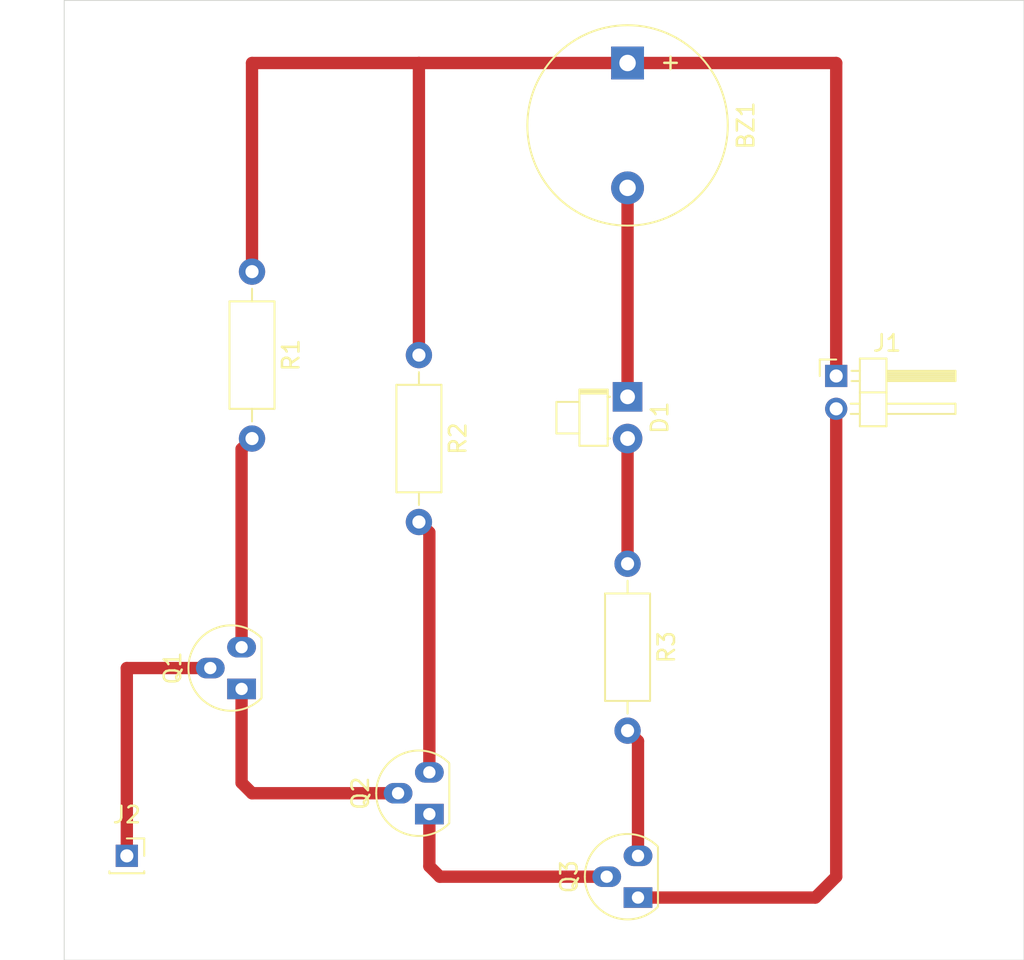
<source format=kicad_pcb>
(kicad_pcb (version 20171130) (host pcbnew "(5.1.9)-1")

  (general
    (thickness 1.6)
    (drawings 4)
    (tracks 25)
    (zones 0)
    (modules 10)
    (nets 11)
  )

  (page A4)
  (layers
    (0 F.Cu signal)
    (31 B.Cu signal)
    (32 B.Adhes user)
    (33 F.Adhes user)
    (34 B.Paste user)
    (35 F.Paste user)
    (36 B.SilkS user)
    (37 F.SilkS user)
    (38 B.Mask user)
    (39 F.Mask user)
    (40 Dwgs.User user)
    (41 Cmts.User user)
    (42 Eco1.User user)
    (43 Eco2.User user)
    (44 Edge.Cuts user)
    (45 Margin user)
    (46 B.CrtYd user)
    (47 F.CrtYd user)
    (48 B.Fab user)
    (49 F.Fab user)
  )

  (setup
    (last_trace_width 0.75)
    (user_trace_width 0.5)
    (user_trace_width 0.75)
    (trace_clearance 0.2)
    (zone_clearance 0.508)
    (zone_45_only no)
    (trace_min 0.2)
    (via_size 0.8)
    (via_drill 0.4)
    (via_min_size 0.4)
    (via_min_drill 0.3)
    (user_via 0.5 0.4)
    (user_via 0.75 0.5)
    (uvia_size 0.3)
    (uvia_drill 0.1)
    (uvias_allowed no)
    (uvia_min_size 0.2)
    (uvia_min_drill 0.1)
    (edge_width 0.05)
    (segment_width 0.2)
    (pcb_text_width 0.3)
    (pcb_text_size 1.5 1.5)
    (mod_edge_width 0.12)
    (mod_text_size 1 1)
    (mod_text_width 0.15)
    (pad_size 1.524 1.524)
    (pad_drill 0.762)
    (pad_to_mask_clearance 0)
    (aux_axis_origin 0 0)
    (visible_elements FFFFFF7F)
    (pcbplotparams
      (layerselection 0x01000_7fffffff)
      (usegerberextensions false)
      (usegerberattributes true)
      (usegerberadvancedattributes true)
      (creategerberjobfile true)
      (excludeedgelayer true)
      (linewidth 0.100000)
      (plotframeref false)
      (viasonmask false)
      (mode 1)
      (useauxorigin false)
      (hpglpennumber 1)
      (hpglpenspeed 20)
      (hpglpendiameter 15.000000)
      (psnegative false)
      (psa4output false)
      (plotreference true)
      (plotvalue true)
      (plotinvisibletext false)
      (padsonsilk false)
      (subtractmaskfromsilk false)
      (outputformat 4)
      (mirror false)
      (drillshape 0)
      (scaleselection 1)
      (outputdirectory ""))
  )

  (net 0 "")
  (net 1 +9V)
  (net 2 "Net-(BZ1-Pad2)")
  (net 3 "Net-(D1-Pad2)")
  (net 4 GND)
  (net 5 "Net-(J2-Pad1)")
  (net 6 "Net-(Q1-Pad3)")
  (net 7 "Net-(Q1-Pad1)")
  (net 8 "Net-(Q2-Pad3)")
  (net 9 "Net-(Q2-Pad1)")
  (net 10 "Net-(Q3-Pad3)")

  (net_class Default "This is the default net class."
    (clearance 0.2)
    (trace_width 0.25)
    (via_dia 0.8)
    (via_drill 0.4)
    (uvia_dia 0.3)
    (uvia_drill 0.1)
    (add_net +9V)
    (add_net GND)
    (add_net "Net-(BZ1-Pad2)")
    (add_net "Net-(D1-Pad2)")
    (add_net "Net-(J2-Pad1)")
    (add_net "Net-(Q1-Pad1)")
    (add_net "Net-(Q1-Pad3)")
    (add_net "Net-(Q2-Pad1)")
    (add_net "Net-(Q2-Pad3)")
    (add_net "Net-(Q3-Pad3)")
  )

  (module Package_TO_SOT_THT:TO-92_Inline (layer F.Cu) (tedit 60879E4C) (tstamp 6085A844)
    (at 157.48 135.89 90)
    (descr "TO-92 leads in-line, narrow, oval pads, drill 0.75mm (see NXP sot054_po.pdf)")
    (tags "to-92 sc-43 sc-43a sot54 PA33 transistor")
    (path /608747CA)
    (fp_text reference Q3 (at 1.27 -3.56 90) (layer F.SilkS)
      (effects (font (size 1 1) (thickness 0.15)))
    )
    (fp_text value 2N3904 (at 1.27 2.79 90) (layer F.Fab)
      (effects (font (size 1 1) (thickness 0.15)))
    )
    (fp_arc (start 1.27 0) (end 1.27 -2.6) (angle 135) (layer F.SilkS) (width 0.12))
    (fp_arc (start 1.27 0) (end 1.27 -2.48) (angle -135) (layer F.Fab) (width 0.1))
    (fp_arc (start 1.27 0) (end 1.27 -2.6) (angle -135) (layer F.SilkS) (width 0.12))
    (fp_arc (start 1.27 0) (end 1.27 -2.48) (angle 135) (layer F.Fab) (width 0.1))
    (fp_text user %R (at 1.27 0 270) (layer F.Fab)
      (effects (font (size 1 1) (thickness 0.15)))
    )
    (fp_line (start -0.53 1.85) (end 3.07 1.85) (layer F.SilkS) (width 0.12))
    (fp_line (start -0.5 1.75) (end 3 1.75) (layer F.Fab) (width 0.1))
    (fp_line (start -1.46 -2.73) (end 4 -2.73) (layer F.CrtYd) (width 0.05))
    (fp_line (start -1.46 -2.73) (end -1.46 2.01) (layer F.CrtYd) (width 0.05))
    (fp_line (start 4 2.01) (end 4 -2.73) (layer F.CrtYd) (width 0.05))
    (fp_line (start 4 2.01) (end -1.46 2.01) (layer F.CrtYd) (width 0.05))
    (pad 1 thru_hole rect (at 0 0.635 90) (size 1.25 1.75) (drill 0.75) (layers *.Cu *.Mask)
      (net 4 GND))
    (pad 3 thru_hole oval (at 2.54 0.635 90) (size 1.25 1.75) (drill 0.75) (layers *.Cu *.Mask)
      (net 10 "Net-(Q3-Pad3)"))
    (pad 2 thru_hole oval (at 1.27 -1.27 90) (size 1.25 1.75) (drill 0.75) (layers *.Cu *.Mask)
      (net 9 "Net-(Q2-Pad1)"))
    (model ${KISYS3DMOD}/Package_TO_SOT_THT.3dshapes/TO-92_Inline.wrl
      (at (xyz 0 0 0))
      (scale (xyz 1 1 1))
      (rotate (xyz 0 0 0))
    )
  )

  (module Package_TO_SOT_THT:TO-92_Inline (layer F.Cu) (tedit 60879E0B) (tstamp 60879FBA)
    (at 133.35 123.19 90)
    (descr "TO-92 leads in-line, narrow, oval pads, drill 0.75mm (see NXP sot054_po.pdf)")
    (tags "to-92 sc-43 sc-43a sot54 PA33 transistor")
    (path /60872EA6)
    (fp_text reference Q1 (at 1.27 -3.56 90) (layer F.SilkS)
      (effects (font (size 1 1) (thickness 0.15)))
    )
    (fp_text value 2N3904 (at 1.27 2.79 90) (layer F.Fab)
      (effects (font (size 1 1) (thickness 0.15)))
    )
    (fp_line (start 4 2.01) (end -1.46 2.01) (layer F.CrtYd) (width 0.05))
    (fp_line (start 4 2.01) (end 4 -2.73) (layer F.CrtYd) (width 0.05))
    (fp_line (start -1.46 -2.73) (end -1.46 2.01) (layer F.CrtYd) (width 0.05))
    (fp_line (start -1.46 -2.73) (end 4 -2.73) (layer F.CrtYd) (width 0.05))
    (fp_line (start -0.5 1.75) (end 3 1.75) (layer F.Fab) (width 0.1))
    (fp_line (start -0.53 1.85) (end 3.07 1.85) (layer F.SilkS) (width 0.12))
    (fp_text user %R (at 1.27 0 90) (layer F.Fab)
      (effects (font (size 1 1) (thickness 0.15)))
    )
    (fp_arc (start 1.27 0) (end 1.27 -2.48) (angle 135) (layer F.Fab) (width 0.1))
    (fp_arc (start 1.27 0) (end 1.27 -2.6) (angle -135) (layer F.SilkS) (width 0.12))
    (fp_arc (start 1.27 0) (end 1.27 -2.48) (angle -135) (layer F.Fab) (width 0.1))
    (fp_arc (start 1.27 0) (end 1.27 -2.6) (angle 135) (layer F.SilkS) (width 0.12))
    (pad 2 thru_hole oval (at 1.27 -1.27 90) (size 1.25 1.75) (drill 0.75) (layers *.Cu *.Mask)
      (net 5 "Net-(J2-Pad1)"))
    (pad 3 thru_hole oval (at 2.54 0.635 90) (size 1.25 1.75) (drill 0.75) (layers *.Cu *.Mask)
      (net 6 "Net-(Q1-Pad3)"))
    (pad 1 thru_hole rect (at 0 0.635 90) (size 1.25 1.75) (drill 0.75) (layers *.Cu *.Mask)
      (net 7 "Net-(Q1-Pad1)"))
    (model ${KISYS3DMOD}/Package_TO_SOT_THT.3dshapes/TO-92_Inline.wrl
      (at (xyz 0 0 0))
      (scale (xyz 1 1 1))
      (rotate (xyz 0 0 0))
    )
  )

  (module Package_TO_SOT_THT:TO-92_Inline (layer F.Cu) (tedit 60879D1D) (tstamp 6085A832)
    (at 144.78 130.81 90)
    (descr "TO-92 leads in-line, narrow, oval pads, drill 0.75mm (see NXP sot054_po.pdf)")
    (tags "to-92 sc-43 sc-43a sot54 PA33 transistor")
    (path /608750A0)
    (fp_text reference Q2 (at 1.27 -3.56 90) (layer F.SilkS)
      (effects (font (size 1 1) (thickness 0.15)))
    )
    (fp_text value 2N3904 (at 1.27 2.79 90) (layer F.Fab)
      (effects (font (size 1 1) (thickness 0.15)))
    )
    (fp_line (start 4 2.01) (end -1.46 2.01) (layer F.CrtYd) (width 0.05))
    (fp_line (start 4 2.01) (end 4 -2.73) (layer F.CrtYd) (width 0.05))
    (fp_line (start -1.46 -2.73) (end -1.46 2.01) (layer F.CrtYd) (width 0.05))
    (fp_line (start -1.46 -2.73) (end 4 -2.73) (layer F.CrtYd) (width 0.05))
    (fp_line (start -0.5 1.75) (end 3 1.75) (layer F.Fab) (width 0.1))
    (fp_line (start -0.53 1.85) (end 3.07 1.85) (layer F.SilkS) (width 0.12))
    (fp_text user %R (at 1.27 0 90) (layer F.Fab)
      (effects (font (size 1 1) (thickness 0.15)))
    )
    (fp_arc (start 1.27 0) (end 1.27 -2.48) (angle 135) (layer F.Fab) (width 0.1))
    (fp_arc (start 1.27 0) (end 1.27 -2.6) (angle -135) (layer F.SilkS) (width 0.12))
    (fp_arc (start 1.27 0) (end 1.27 -2.48) (angle -135) (layer F.Fab) (width 0.1))
    (fp_arc (start 1.27 0) (end 1.27 -2.6) (angle 135) (layer F.SilkS) (width 0.12))
    (pad 2 thru_hole oval (at 1.27 -1.27 90) (size 1.25 1.75) (drill 0.75) (layers *.Cu *.Mask)
      (net 7 "Net-(Q1-Pad1)"))
    (pad 3 thru_hole oval (at 2.54 0.635 90) (size 1.25 1.75) (drill 0.75) (layers *.Cu *.Mask)
      (net 8 "Net-(Q2-Pad3)"))
    (pad 1 thru_hole rect (at 0 0.635 90) (size 1.25 1.75) (drill 0.75) (layers *.Cu *.Mask)
      (net 9 "Net-(Q2-Pad1)"))
    (model ${KISYS3DMOD}/Package_TO_SOT_THT.3dshapes/TO-92_Inline.wrl
      (at (xyz 0 0 0))
      (scale (xyz 1 1 1))
      (rotate (xyz 0 0 0))
    )
  )

  (module Buzzer_Beeper:Buzzer_12x9.5RM7.6 (layer F.Cu) (tedit 5A030281) (tstamp 6085A79C)
    (at 157.48 85.09 270)
    (descr "Generic Buzzer, D12mm height 9.5mm with RM7.6mm")
    (tags buzzer)
    (path /608589AB)
    (fp_text reference BZ1 (at 3.8 -7.2 90) (layer F.SilkS)
      (effects (font (size 1 1) (thickness 0.15)))
    )
    (fp_text value Buzzer (at 3.8 7.4 90) (layer F.Fab)
      (effects (font (size 1 1) (thickness 0.15)))
    )
    (fp_circle (center 3.8 0) (end 9.9 0) (layer F.SilkS) (width 0.12))
    (fp_circle (center 3.8 0) (end 4.8 0) (layer F.Fab) (width 0.1))
    (fp_circle (center 3.8 0) (end 9.8 0) (layer F.Fab) (width 0.1))
    (fp_circle (center 3.8 0) (end 10.05 0) (layer F.CrtYd) (width 0.05))
    (fp_text user + (at -0.01 -2.54 90) (layer F.Fab)
      (effects (font (size 1 1) (thickness 0.15)))
    )
    (fp_text user + (at -0.01 -2.54 90) (layer F.SilkS)
      (effects (font (size 1 1) (thickness 0.15)))
    )
    (fp_text user %R (at 3.8 -4 90) (layer F.Fab)
      (effects (font (size 1 1) (thickness 0.15)))
    )
    (pad 1 thru_hole rect (at 0 0 270) (size 2 2) (drill 1) (layers *.Cu *.Mask)
      (net 1 +9V))
    (pad 2 thru_hole circle (at 7.6 0 270) (size 2 2) (drill 1) (layers *.Cu *.Mask)
      (net 2 "Net-(BZ1-Pad2)"))
    (model ${KISYS3DMOD}/Buzzer_Beeper.3dshapes/Buzzer_12x9.5RM7.6.wrl
      (at (xyz 0 0 0))
      (scale (xyz 1 1 1))
      (rotate (xyz 0 0 0))
    )
  )

  (module LED_THT:LED_D1.8mm_W1.8mm_H2.4mm_Horizontal_O1.27mm_Z8.2mm (layer F.Cu) (tedit 5880A863) (tstamp 6085A7C8)
    (at 157.48 105.41 270)
    (descr "LED, ,  diameter 1.8mm size 1.8x2.4mm^2 z-position of LED center 1.6mm, 2 pins,  diameter 1.8mm size 1.8x2.4mm^2 z-position of LED center 1.6mm, 2 pins,  diameter 1.8mm size 1.8x2.4mm^2 z-position of LED center 1.6mm, 2 pins,  diameter 1.8mm size 1.8x2.4mm^2 z-position of LED center 4.9mm, 2 pins,  diameter 1.8mm size 1.8x2.4mm^2 z-position of LED center 4.9mm, 2 pins,  diameter 1.8mm size 1.8x2.4mm^2 z-position of LED center 4.9mm, 2 pins,  diameter 1.8mm size 1.8x2.4mm^2 z-position of LED center 8.2mm, 2 pins")
    (tags "LED   diameter 1.8mm size 1.8x2.4mm^2 z-position of LED center 1.6mm 2 pins  diameter 1.8mm size 1.8x2.4mm^2 z-position of LED center 1.6mm 2 pins  diameter 1.8mm size 1.8x2.4mm^2 z-position of LED center 1.6mm 2 pins  diameter 1.8mm size 1.8x2.4mm^2 z-position of LED center 4.9mm 2 pins  diameter 1.8mm size 1.8x2.4mm^2 z-position of LED center 4.9mm 2 pins  diameter 1.8mm size 1.8x2.4mm^2 z-position of LED center 4.9mm 2 pins  diameter 1.8mm size 1.8x2.4mm^2 z-position of LED center 8.2mm 2 pins")
    (path /60857667)
    (fp_text reference D1 (at 1.27 -1.96 90) (layer F.SilkS)
      (effects (font (size 1 1) (thickness 0.15)))
    )
    (fp_text value LED (at 1.27 5.33 90) (layer F.Fab)
      (effects (font (size 1 1) (thickness 0.15)))
    )
    (fp_line (start 3.75 -1.25) (end -1.25 -1.25) (layer F.CrtYd) (width 0.05))
    (fp_line (start 3.75 4.6) (end 3.75 -1.25) (layer F.CrtYd) (width 0.05))
    (fp_line (start -1.25 4.6) (end 3.75 4.6) (layer F.CrtYd) (width 0.05))
    (fp_line (start -1.25 -1.25) (end -1.25 4.6) (layer F.CrtYd) (width 0.05))
    (fp_line (start 2.54 1.08) (end 2.54 1.08) (layer F.SilkS) (width 0.12))
    (fp_line (start 2.54 1.21) (end 2.54 1.08) (layer F.SilkS) (width 0.12))
    (fp_line (start 2.54 1.21) (end 2.54 1.21) (layer F.SilkS) (width 0.12))
    (fp_line (start 2.54 1.08) (end 2.54 1.21) (layer F.SilkS) (width 0.12))
    (fp_line (start 0 1.08) (end 0 1.08) (layer F.SilkS) (width 0.12))
    (fp_line (start 0 1.21) (end 0 1.08) (layer F.SilkS) (width 0.12))
    (fp_line (start 0 1.21) (end 0 1.21) (layer F.SilkS) (width 0.12))
    (fp_line (start 0 1.08) (end 0 1.21) (layer F.SilkS) (width 0.12))
    (fp_line (start 2.23 2.93) (end 0.31 2.93) (layer F.SilkS) (width 0.12))
    (fp_line (start 2.23 4.33) (end 2.23 2.93) (layer F.SilkS) (width 0.12))
    (fp_line (start 0.31 4.33) (end 2.23 4.33) (layer F.SilkS) (width 0.12))
    (fp_line (start 0.31 2.93) (end 0.31 4.33) (layer F.SilkS) (width 0.12))
    (fp_line (start -0.2 1.21) (end -0.2 2.93) (layer F.SilkS) (width 0.12))
    (fp_line (start -0.32 1.21) (end -0.32 2.93) (layer F.SilkS) (width 0.12))
    (fp_line (start 2.98 1.21) (end -0.44 1.21) (layer F.SilkS) (width 0.12))
    (fp_line (start 2.98 2.93) (end 2.98 1.21) (layer F.SilkS) (width 0.12))
    (fp_line (start -0.44 2.93) (end 2.98 2.93) (layer F.SilkS) (width 0.12))
    (fp_line (start -0.44 1.21) (end -0.44 2.93) (layer F.SilkS) (width 0.12))
    (fp_line (start 2.54 0) (end 2.54 0) (layer F.Fab) (width 0.1))
    (fp_line (start 2.54 1.27) (end 2.54 0) (layer F.Fab) (width 0.1))
    (fp_line (start 2.54 1.27) (end 2.54 1.27) (layer F.Fab) (width 0.1))
    (fp_line (start 2.54 0) (end 2.54 1.27) (layer F.Fab) (width 0.1))
    (fp_line (start 0 0) (end 0 0) (layer F.Fab) (width 0.1))
    (fp_line (start 0 1.27) (end 0 0) (layer F.Fab) (width 0.1))
    (fp_line (start 0 1.27) (end 0 1.27) (layer F.Fab) (width 0.1))
    (fp_line (start 0 0) (end 0 1.27) (layer F.Fab) (width 0.1))
    (fp_line (start 2.17 2.87) (end 0.37 2.87) (layer F.Fab) (width 0.1))
    (fp_line (start 2.17 4.27) (end 2.17 2.87) (layer F.Fab) (width 0.1))
    (fp_line (start 0.37 4.27) (end 2.17 4.27) (layer F.Fab) (width 0.1))
    (fp_line (start 0.37 2.87) (end 0.37 4.27) (layer F.Fab) (width 0.1))
    (fp_line (start 2.92 1.27) (end -0.38 1.27) (layer F.Fab) (width 0.1))
    (fp_line (start 2.92 2.87) (end 2.92 1.27) (layer F.Fab) (width 0.1))
    (fp_line (start -0.38 2.87) (end 2.92 2.87) (layer F.Fab) (width 0.1))
    (fp_line (start -0.38 1.27) (end -0.38 2.87) (layer F.Fab) (width 0.1))
    (pad 1 thru_hole rect (at 0 0 270) (size 1.8 1.8) (drill 0.9) (layers *.Cu *.Mask)
      (net 2 "Net-(BZ1-Pad2)"))
    (pad 2 thru_hole circle (at 2.54 0 270) (size 1.8 1.8) (drill 0.9) (layers *.Cu *.Mask)
      (net 3 "Net-(D1-Pad2)"))
    (model ${KISYS3DMOD}/LED_THT.3dshapes/LED_D1.8mm_W1.8mm_H2.4mm_Horizontal_O1.27mm_Z8.2mm.wrl
      (at (xyz 0 0 0))
      (scale (xyz 1 1 1))
      (rotate (xyz 0 0 0))
    )
  )

  (module Connector_PinHeader_2.00mm:PinHeader_1x02_P2.00mm_Horizontal (layer F.Cu) (tedit 59FED667) (tstamp 6085A7FA)
    (at 170.18 104.14)
    (descr "Through hole angled pin header, 1x02, 2.00mm pitch, 4.2mm pin length, single row")
    (tags "Through hole angled pin header THT 1x02 2.00mm single row")
    (path /6085D21C)
    (fp_text reference J1 (at 3.1 -2) (layer F.SilkS)
      (effects (font (size 1 1) (thickness 0.15)))
    )
    (fp_text value "Battery input" (at 3.1 4) (layer F.Fab)
      (effects (font (size 1 1) (thickness 0.15)))
    )
    (fp_line (start 7.7 -1.5) (end -1.5 -1.5) (layer F.CrtYd) (width 0.05))
    (fp_line (start 7.7 3.5) (end 7.7 -1.5) (layer F.CrtYd) (width 0.05))
    (fp_line (start -1.5 3.5) (end 7.7 3.5) (layer F.CrtYd) (width 0.05))
    (fp_line (start -1.5 -1.5) (end -1.5 3.5) (layer F.CrtYd) (width 0.05))
    (fp_line (start -1 -1) (end 0 -1) (layer F.SilkS) (width 0.12))
    (fp_line (start -1 0) (end -1 -1) (layer F.SilkS) (width 0.12))
    (fp_line (start 0.882114 2.31) (end 1.44 2.31) (layer F.SilkS) (width 0.12))
    (fp_line (start 0.882114 1.69) (end 1.44 1.69) (layer F.SilkS) (width 0.12))
    (fp_line (start 7.26 2.31) (end 3.06 2.31) (layer F.SilkS) (width 0.12))
    (fp_line (start 7.26 1.69) (end 7.26 2.31) (layer F.SilkS) (width 0.12))
    (fp_line (start 3.06 1.69) (end 7.26 1.69) (layer F.SilkS) (width 0.12))
    (fp_line (start 1.44 1) (end 3.06 1) (layer F.SilkS) (width 0.12))
    (fp_line (start 0.935 0.31) (end 1.44 0.31) (layer F.SilkS) (width 0.12))
    (fp_line (start 0.935 -0.31) (end 1.44 -0.31) (layer F.SilkS) (width 0.12))
    (fp_line (start 3.06 0.23) (end 7.26 0.23) (layer F.SilkS) (width 0.12))
    (fp_line (start 3.06 0.11) (end 7.26 0.11) (layer F.SilkS) (width 0.12))
    (fp_line (start 3.06 -0.01) (end 7.26 -0.01) (layer F.SilkS) (width 0.12))
    (fp_line (start 3.06 -0.13) (end 7.26 -0.13) (layer F.SilkS) (width 0.12))
    (fp_line (start 3.06 -0.25) (end 7.26 -0.25) (layer F.SilkS) (width 0.12))
    (fp_line (start 7.26 0.31) (end 3.06 0.31) (layer F.SilkS) (width 0.12))
    (fp_line (start 7.26 -0.31) (end 7.26 0.31) (layer F.SilkS) (width 0.12))
    (fp_line (start 3.06 -0.31) (end 7.26 -0.31) (layer F.SilkS) (width 0.12))
    (fp_line (start 3.06 -1.06) (end 1.44 -1.06) (layer F.SilkS) (width 0.12))
    (fp_line (start 3.06 3.06) (end 3.06 -1.06) (layer F.SilkS) (width 0.12))
    (fp_line (start 1.44 3.06) (end 3.06 3.06) (layer F.SilkS) (width 0.12))
    (fp_line (start 1.44 -1.06) (end 1.44 3.06) (layer F.SilkS) (width 0.12))
    (fp_line (start 3 2.25) (end 7.2 2.25) (layer F.Fab) (width 0.1))
    (fp_line (start 7.2 1.75) (end 7.2 2.25) (layer F.Fab) (width 0.1))
    (fp_line (start 3 1.75) (end 7.2 1.75) (layer F.Fab) (width 0.1))
    (fp_line (start -0.25 2.25) (end 1.5 2.25) (layer F.Fab) (width 0.1))
    (fp_line (start -0.25 1.75) (end -0.25 2.25) (layer F.Fab) (width 0.1))
    (fp_line (start -0.25 1.75) (end 1.5 1.75) (layer F.Fab) (width 0.1))
    (fp_line (start 3 0.25) (end 7.2 0.25) (layer F.Fab) (width 0.1))
    (fp_line (start 7.2 -0.25) (end 7.2 0.25) (layer F.Fab) (width 0.1))
    (fp_line (start 3 -0.25) (end 7.2 -0.25) (layer F.Fab) (width 0.1))
    (fp_line (start -0.25 0.25) (end 1.5 0.25) (layer F.Fab) (width 0.1))
    (fp_line (start -0.25 -0.25) (end -0.25 0.25) (layer F.Fab) (width 0.1))
    (fp_line (start -0.25 -0.25) (end 1.5 -0.25) (layer F.Fab) (width 0.1))
    (fp_line (start 1.5 -0.625) (end 1.875 -1) (layer F.Fab) (width 0.1))
    (fp_line (start 1.5 3) (end 1.5 -0.625) (layer F.Fab) (width 0.1))
    (fp_line (start 3 3) (end 1.5 3) (layer F.Fab) (width 0.1))
    (fp_line (start 3 -1) (end 3 3) (layer F.Fab) (width 0.1))
    (fp_line (start 1.875 -1) (end 3 -1) (layer F.Fab) (width 0.1))
    (fp_text user %R (at 2.25 1 90) (layer F.Fab)
      (effects (font (size 0.9 0.9) (thickness 0.135)))
    )
    (pad 1 thru_hole rect (at 0 0) (size 1.35 1.35) (drill 0.8) (layers *.Cu *.Mask)
      (net 1 +9V))
    (pad 2 thru_hole oval (at 0 2) (size 1.35 1.35) (drill 0.8) (layers *.Cu *.Mask)
      (net 4 GND))
    (model ${KISYS3DMOD}/Connector_PinHeader_2.00mm.3dshapes/PinHeader_1x02_P2.00mm_Horizontal.wrl
      (at (xyz 0 0 0))
      (scale (xyz 1 1 1))
      (rotate (xyz 0 0 0))
    )
  )

  (module Connector_PinSocket_2.00mm:PinSocket_1x01_P2.00mm_Vertical (layer F.Cu) (tedit 5A19A430) (tstamp 6085A80E)
    (at 127 133.35)
    (descr "Through hole straight socket strip, 1x01, 2.00mm pitch, single row (from Kicad 4.0.7), script generated")
    (tags "Through hole socket strip THT 1x01 2.00mm single row")
    (path /6086E1DE)
    (fp_text reference J2 (at 0 -2.5) (layer F.SilkS)
      (effects (font (size 1 1) (thickness 0.15)))
    )
    (fp_text value Conn_01x01_Female (at 0 2.5) (layer F.Fab)
      (effects (font (size 1 1) (thickness 0.15)))
    )
    (fp_line (start -1.5 1.5) (end -1.5 -1.5) (layer F.CrtYd) (width 0.05))
    (fp_line (start 1.5 1.5) (end -1.5 1.5) (layer F.CrtYd) (width 0.05))
    (fp_line (start 1.5 -1.5) (end 1.5 1.5) (layer F.CrtYd) (width 0.05))
    (fp_line (start -1.5 -1.5) (end 1.5 -1.5) (layer F.CrtYd) (width 0.05))
    (fp_line (start 0 -1.06) (end 1.06 -1.06) (layer F.SilkS) (width 0.12))
    (fp_line (start 1.06 -1.06) (end 1.06 0) (layer F.SilkS) (width 0.12))
    (fp_line (start 1.06 0.94) (end 1.06 1.06) (layer F.SilkS) (width 0.12))
    (fp_line (start -1.06 0.94) (end -1.06 1.06) (layer F.SilkS) (width 0.12))
    (fp_line (start -1.06 1.06) (end 1.06 1.06) (layer F.SilkS) (width 0.12))
    (fp_line (start -1 1) (end -1 -1) (layer F.Fab) (width 0.1))
    (fp_line (start 1 1) (end -1 1) (layer F.Fab) (width 0.1))
    (fp_line (start 1 -0.5) (end 1 1) (layer F.Fab) (width 0.1))
    (fp_line (start 0.5 -1) (end 1 -0.5) (layer F.Fab) (width 0.1))
    (fp_line (start -1 -1) (end 0.5 -1) (layer F.Fab) (width 0.1))
    (fp_text user %R (at 0 0) (layer F.Fab)
      (effects (font (size 1 1) (thickness 0.15)))
    )
    (pad 1 thru_hole rect (at 0 0) (size 1.35 1.35) (drill 0.8) (layers *.Cu *.Mask)
      (net 5 "Net-(J2-Pad1)"))
    (model ${KISYS3DMOD}/Connector_PinSocket_2.00mm.3dshapes/PinSocket_1x01_P2.00mm_Vertical.wrl
      (at (xyz 0 0 0))
      (scale (xyz 1 1 1))
      (rotate (xyz 0 0 0))
    )
  )

  (module Resistor_THT:R_Axial_DIN0207_L6.3mm_D2.5mm_P10.16mm_Horizontal (layer F.Cu) (tedit 5AE5139B) (tstamp 6085A85B)
    (at 134.62 97.79 270)
    (descr "Resistor, Axial_DIN0207 series, Axial, Horizontal, pin pitch=10.16mm, 0.25W = 1/4W, length*diameter=6.3*2.5mm^2, http://cdn-reichelt.de/documents/datenblatt/B400/1_4W%23YAG.pdf")
    (tags "Resistor Axial_DIN0207 series Axial Horizontal pin pitch 10.16mm 0.25W = 1/4W length 6.3mm diameter 2.5mm")
    (path /60855A41)
    (fp_text reference R1 (at 5.08 -2.37 90) (layer F.SilkS)
      (effects (font (size 1 1) (thickness 0.15)))
    )
    (fp_text value "1 Meg" (at 5.08 2.37 90) (layer F.Fab)
      (effects (font (size 1 1) (thickness 0.15)))
    )
    (fp_line (start 11.21 -1.5) (end -1.05 -1.5) (layer F.CrtYd) (width 0.05))
    (fp_line (start 11.21 1.5) (end 11.21 -1.5) (layer F.CrtYd) (width 0.05))
    (fp_line (start -1.05 1.5) (end 11.21 1.5) (layer F.CrtYd) (width 0.05))
    (fp_line (start -1.05 -1.5) (end -1.05 1.5) (layer F.CrtYd) (width 0.05))
    (fp_line (start 9.12 0) (end 8.35 0) (layer F.SilkS) (width 0.12))
    (fp_line (start 1.04 0) (end 1.81 0) (layer F.SilkS) (width 0.12))
    (fp_line (start 8.35 -1.37) (end 1.81 -1.37) (layer F.SilkS) (width 0.12))
    (fp_line (start 8.35 1.37) (end 8.35 -1.37) (layer F.SilkS) (width 0.12))
    (fp_line (start 1.81 1.37) (end 8.35 1.37) (layer F.SilkS) (width 0.12))
    (fp_line (start 1.81 -1.37) (end 1.81 1.37) (layer F.SilkS) (width 0.12))
    (fp_line (start 10.16 0) (end 8.23 0) (layer F.Fab) (width 0.1))
    (fp_line (start 0 0) (end 1.93 0) (layer F.Fab) (width 0.1))
    (fp_line (start 8.23 -1.25) (end 1.93 -1.25) (layer F.Fab) (width 0.1))
    (fp_line (start 8.23 1.25) (end 8.23 -1.25) (layer F.Fab) (width 0.1))
    (fp_line (start 1.93 1.25) (end 8.23 1.25) (layer F.Fab) (width 0.1))
    (fp_line (start 1.93 -1.25) (end 1.93 1.25) (layer F.Fab) (width 0.1))
    (fp_text user %R (at 5.08 0 90) (layer F.Fab)
      (effects (font (size 1 1) (thickness 0.15)))
    )
    (pad 1 thru_hole circle (at 0 0 270) (size 1.6 1.6) (drill 0.8) (layers *.Cu *.Mask)
      (net 1 +9V))
    (pad 2 thru_hole oval (at 10.16 0 270) (size 1.6 1.6) (drill 0.8) (layers *.Cu *.Mask)
      (net 6 "Net-(Q1-Pad3)"))
    (model ${KISYS3DMOD}/Resistor_THT.3dshapes/R_Axial_DIN0207_L6.3mm_D2.5mm_P10.16mm_Horizontal.wrl
      (at (xyz 0 0 0))
      (scale (xyz 1 1 1))
      (rotate (xyz 0 0 0))
    )
  )

  (module Resistor_THT:R_Axial_DIN0207_L6.3mm_D2.5mm_P10.16mm_Horizontal (layer F.Cu) (tedit 5AE5139B) (tstamp 6085A872)
    (at 144.78 102.87 270)
    (descr "Resistor, Axial_DIN0207 series, Axial, Horizontal, pin pitch=10.16mm, 0.25W = 1/4W, length*diameter=6.3*2.5mm^2, http://cdn-reichelt.de/documents/datenblatt/B400/1_4W%23YAG.pdf")
    (tags "Resistor Axial_DIN0207 series Axial Horizontal pin pitch 10.16mm 0.25W = 1/4W length 6.3mm diameter 2.5mm")
    (path /60856895)
    (fp_text reference R2 (at 5.08 -2.37 90) (layer F.SilkS)
      (effects (font (size 1 1) (thickness 0.15)))
    )
    (fp_text value 100k (at 5.08 2.37 90) (layer F.Fab)
      (effects (font (size 1 1) (thickness 0.15)))
    )
    (fp_text user %R (at 5.08 0 90) (layer F.Fab)
      (effects (font (size 1 1) (thickness 0.15)))
    )
    (fp_line (start 1.93 -1.25) (end 1.93 1.25) (layer F.Fab) (width 0.1))
    (fp_line (start 1.93 1.25) (end 8.23 1.25) (layer F.Fab) (width 0.1))
    (fp_line (start 8.23 1.25) (end 8.23 -1.25) (layer F.Fab) (width 0.1))
    (fp_line (start 8.23 -1.25) (end 1.93 -1.25) (layer F.Fab) (width 0.1))
    (fp_line (start 0 0) (end 1.93 0) (layer F.Fab) (width 0.1))
    (fp_line (start 10.16 0) (end 8.23 0) (layer F.Fab) (width 0.1))
    (fp_line (start 1.81 -1.37) (end 1.81 1.37) (layer F.SilkS) (width 0.12))
    (fp_line (start 1.81 1.37) (end 8.35 1.37) (layer F.SilkS) (width 0.12))
    (fp_line (start 8.35 1.37) (end 8.35 -1.37) (layer F.SilkS) (width 0.12))
    (fp_line (start 8.35 -1.37) (end 1.81 -1.37) (layer F.SilkS) (width 0.12))
    (fp_line (start 1.04 0) (end 1.81 0) (layer F.SilkS) (width 0.12))
    (fp_line (start 9.12 0) (end 8.35 0) (layer F.SilkS) (width 0.12))
    (fp_line (start -1.05 -1.5) (end -1.05 1.5) (layer F.CrtYd) (width 0.05))
    (fp_line (start -1.05 1.5) (end 11.21 1.5) (layer F.CrtYd) (width 0.05))
    (fp_line (start 11.21 1.5) (end 11.21 -1.5) (layer F.CrtYd) (width 0.05))
    (fp_line (start 11.21 -1.5) (end -1.05 -1.5) (layer F.CrtYd) (width 0.05))
    (pad 2 thru_hole oval (at 10.16 0 270) (size 1.6 1.6) (drill 0.8) (layers *.Cu *.Mask)
      (net 8 "Net-(Q2-Pad3)"))
    (pad 1 thru_hole circle (at 0 0 270) (size 1.6 1.6) (drill 0.8) (layers *.Cu *.Mask)
      (net 1 +9V))
    (model ${KISYS3DMOD}/Resistor_THT.3dshapes/R_Axial_DIN0207_L6.3mm_D2.5mm_P10.16mm_Horizontal.wrl
      (at (xyz 0 0 0))
      (scale (xyz 1 1 1))
      (rotate (xyz 0 0 0))
    )
  )

  (module Resistor_THT:R_Axial_DIN0207_L6.3mm_D2.5mm_P10.16mm_Horizontal (layer F.Cu) (tedit 5AE5139B) (tstamp 6085A889)
    (at 157.48 115.57 270)
    (descr "Resistor, Axial_DIN0207 series, Axial, Horizontal, pin pitch=10.16mm, 0.25W = 1/4W, length*diameter=6.3*2.5mm^2, http://cdn-reichelt.de/documents/datenblatt/B400/1_4W%23YAG.pdf")
    (tags "Resistor Axial_DIN0207 series Axial Horizontal pin pitch 10.16mm 0.25W = 1/4W length 6.3mm diameter 2.5mm")
    (path /60856D64)
    (fp_text reference R3 (at 5.08 -2.37 90) (layer F.SilkS)
      (effects (font (size 1 1) (thickness 0.15)))
    )
    (fp_text value 220 (at 5.08 2.37 90) (layer F.Fab)
      (effects (font (size 1 1) (thickness 0.15)))
    )
    (fp_line (start 11.21 -1.5) (end -1.05 -1.5) (layer F.CrtYd) (width 0.05))
    (fp_line (start 11.21 1.5) (end 11.21 -1.5) (layer F.CrtYd) (width 0.05))
    (fp_line (start -1.05 1.5) (end 11.21 1.5) (layer F.CrtYd) (width 0.05))
    (fp_line (start -1.05 -1.5) (end -1.05 1.5) (layer F.CrtYd) (width 0.05))
    (fp_line (start 9.12 0) (end 8.35 0) (layer F.SilkS) (width 0.12))
    (fp_line (start 1.04 0) (end 1.81 0) (layer F.SilkS) (width 0.12))
    (fp_line (start 8.35 -1.37) (end 1.81 -1.37) (layer F.SilkS) (width 0.12))
    (fp_line (start 8.35 1.37) (end 8.35 -1.37) (layer F.SilkS) (width 0.12))
    (fp_line (start 1.81 1.37) (end 8.35 1.37) (layer F.SilkS) (width 0.12))
    (fp_line (start 1.81 -1.37) (end 1.81 1.37) (layer F.SilkS) (width 0.12))
    (fp_line (start 10.16 0) (end 8.23 0) (layer F.Fab) (width 0.1))
    (fp_line (start 0 0) (end 1.93 0) (layer F.Fab) (width 0.1))
    (fp_line (start 8.23 -1.25) (end 1.93 -1.25) (layer F.Fab) (width 0.1))
    (fp_line (start 8.23 1.25) (end 8.23 -1.25) (layer F.Fab) (width 0.1))
    (fp_line (start 1.93 1.25) (end 8.23 1.25) (layer F.Fab) (width 0.1))
    (fp_line (start 1.93 -1.25) (end 1.93 1.25) (layer F.Fab) (width 0.1))
    (fp_text user %R (at 5.08 0 90) (layer F.Fab)
      (effects (font (size 1 1) (thickness 0.15)))
    )
    (pad 1 thru_hole circle (at 0 0 270) (size 1.6 1.6) (drill 0.8) (layers *.Cu *.Mask)
      (net 3 "Net-(D1-Pad2)"))
    (pad 2 thru_hole oval (at 10.16 0 270) (size 1.6 1.6) (drill 0.8) (layers *.Cu *.Mask)
      (net 10 "Net-(Q3-Pad3)"))
    (model ${KISYS3DMOD}/Resistor_THT.3dshapes/R_Axial_DIN0207_L6.3mm_D2.5mm_P10.16mm_Horizontal.wrl
      (at (xyz 0 0 0))
      (scale (xyz 1 1 1))
      (rotate (xyz 0 0 0))
    )
  )

  (gr_line (start 123.19 139.7) (end 181.61 139.7) (layer Edge.Cuts) (width 0.05) (tstamp 6085B512))
  (gr_line (start 123.19 81.28) (end 181.61 81.28) (layer Edge.Cuts) (width 0.05) (tstamp 6085B511))
  (gr_line (start 123.19 81.28) (end 123.19 139.7) (layer Edge.Cuts) (width 0.05))
  (gr_line (start 181.61 81.28) (end 181.61 139.7) (layer Edge.Cuts) (width 0.05))

  (segment (start 157.48 85.09) (end 170.18 85.09) (width 0.75) (layer F.Cu) (net 1))
  (segment (start 170.18 85.09) (end 170.18 104.14) (width 0.75) (layer F.Cu) (net 1))
  (segment (start 144.78 102.87) (end 144.78 85.09) (width 0.75) (layer F.Cu) (net 1))
  (segment (start 144.78 85.09) (end 157.48 85.09) (width 0.75) (layer F.Cu) (net 1))
  (segment (start 134.62 97.79) (end 134.62 85.09) (width 0.75) (layer F.Cu) (net 1))
  (segment (start 134.62 85.09) (end 144.78 85.09) (width 0.75) (layer F.Cu) (net 1))
  (segment (start 157.48 92.69) (end 157.48 105.41) (width 0.75) (layer F.Cu) (net 2))
  (segment (start 157.48 107.95) (end 157.48 115.57) (width 0.75) (layer F.Cu) (net 3))
  (segment (start 158.115 135.89) (end 168.91 135.89) (width 0.75) (layer F.Cu) (net 4))
  (segment (start 170.18 134.62) (end 170.18 106.14) (width 0.75) (layer F.Cu) (net 4))
  (segment (start 168.91 135.89) (end 170.18 134.62) (width 0.75) (layer F.Cu) (net 4))
  (segment (start 132.08 121.92) (end 127 121.92) (width 0.75) (layer F.Cu) (net 5))
  (segment (start 127 121.92) (end 127 133.35) (width 0.75) (layer F.Cu) (net 5))
  (segment (start 133.985 108.585) (end 134.62 107.95) (width 0.75) (layer F.Cu) (net 6))
  (segment (start 133.985 120.65) (end 133.985 108.585) (width 0.75) (layer F.Cu) (net 6))
  (segment (start 133.985 123.19) (end 133.985 128.905) (width 0.75) (layer F.Cu) (net 7))
  (segment (start 134.62 129.54) (end 143.51 129.54) (width 0.75) (layer F.Cu) (net 7))
  (segment (start 133.985 128.905) (end 134.62 129.54) (width 0.75) (layer F.Cu) (net 7))
  (segment (start 145.415 113.665) (end 144.78 113.03) (width 0.75) (layer F.Cu) (net 8))
  (segment (start 145.415 128.27) (end 145.415 113.665) (width 0.75) (layer F.Cu) (net 8))
  (segment (start 145.415 130.81) (end 145.415 133.985) (width 0.75) (layer F.Cu) (net 9))
  (segment (start 146.05 134.62) (end 156.21 134.62) (width 0.75) (layer F.Cu) (net 9))
  (segment (start 145.415 133.985) (end 146.05 134.62) (width 0.75) (layer F.Cu) (net 9))
  (segment (start 158.115 126.365) (end 157.48 125.73) (width 0.75) (layer F.Cu) (net 10))
  (segment (start 158.115 133.35) (end 158.115 126.365) (width 0.75) (layer F.Cu) (net 10))

)

</source>
